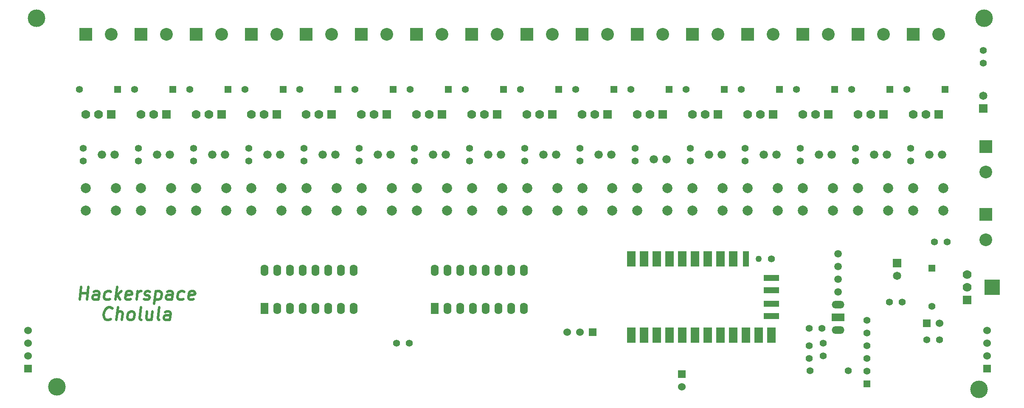
<source format=gts>
G04 (created by PCBNEW (2013-07-07 BZR 4022)-stable) date 08/05/2015 11:09:30*
%MOIN*%
G04 Gerber Fmt 3.4, Leading zero omitted, Abs format*
%FSLAX34Y34*%
G01*
G70*
G90*
G04 APERTURE LIST*
%ADD10C,0.00590551*%
%ADD11C,0.02*%
%ADD12C,0.0787402*%
%ADD13C,0.055*%
%ADD14R,0.06X0.06*%
%ADD15C,0.06*%
%ADD16C,0.066*%
%ADD17R,0.062X0.09*%
%ADD18O,0.062X0.09*%
%ADD19R,0.055X0.055*%
%ADD20R,0.065X0.065*%
%ADD21C,0.065*%
%ADD22R,0.1X0.1*%
%ADD23C,0.1*%
%ADD24C,0.07*%
%ADD25R,0.07X0.07*%
%ADD26R,0.12X0.12*%
%ADD27R,0.067X0.12*%
%ADD28R,0.12X0.05*%
%ADD29C,0.05*%
%ADD30R,0.05X0.12*%
%ADD31O,0.1X0.0590551*%
%ADD32R,0.1X0.0590551*%
%ADD33C,0.0590551*%
%ADD34C,0.137795*%
G04 APERTURE END LIST*
G54D10*
G54D11*
X44981Y-54735D02*
X45106Y-53735D01*
X45046Y-54211D02*
X45617Y-54211D01*
X45552Y-54735D02*
X45677Y-53735D01*
X46457Y-54735D02*
X46522Y-54211D01*
X46487Y-54116D01*
X46397Y-54068D01*
X46207Y-54068D01*
X46106Y-54116D01*
X46463Y-54687D02*
X46362Y-54735D01*
X46123Y-54735D01*
X46034Y-54687D01*
X45998Y-54592D01*
X46010Y-54497D01*
X46070Y-54402D01*
X46171Y-54354D01*
X46409Y-54354D01*
X46510Y-54306D01*
X47367Y-54687D02*
X47266Y-54735D01*
X47076Y-54735D01*
X46987Y-54687D01*
X46945Y-54640D01*
X46909Y-54544D01*
X46945Y-54259D01*
X47004Y-54164D01*
X47058Y-54116D01*
X47159Y-54068D01*
X47350Y-54068D01*
X47439Y-54116D01*
X47790Y-54735D02*
X47915Y-53735D01*
X47933Y-54354D02*
X48171Y-54735D01*
X48254Y-54068D02*
X47826Y-54449D01*
X48987Y-54687D02*
X48885Y-54735D01*
X48695Y-54735D01*
X48606Y-54687D01*
X48570Y-54592D01*
X48617Y-54211D01*
X48677Y-54116D01*
X48778Y-54068D01*
X48969Y-54068D01*
X49058Y-54116D01*
X49094Y-54211D01*
X49082Y-54306D01*
X48594Y-54402D01*
X49457Y-54735D02*
X49540Y-54068D01*
X49516Y-54259D02*
X49576Y-54164D01*
X49629Y-54116D01*
X49731Y-54068D01*
X49826Y-54068D01*
X50034Y-54687D02*
X50123Y-54735D01*
X50314Y-54735D01*
X50415Y-54687D01*
X50475Y-54592D01*
X50481Y-54544D01*
X50445Y-54449D01*
X50356Y-54402D01*
X50213Y-54402D01*
X50123Y-54354D01*
X50088Y-54259D01*
X50094Y-54211D01*
X50153Y-54116D01*
X50254Y-54068D01*
X50397Y-54068D01*
X50487Y-54116D01*
X50969Y-54068D02*
X50844Y-55068D01*
X50963Y-54116D02*
X51064Y-54068D01*
X51254Y-54068D01*
X51344Y-54116D01*
X51385Y-54164D01*
X51421Y-54259D01*
X51385Y-54544D01*
X51326Y-54640D01*
X51272Y-54687D01*
X51171Y-54735D01*
X50981Y-54735D01*
X50891Y-54687D01*
X52219Y-54735D02*
X52284Y-54211D01*
X52248Y-54116D01*
X52159Y-54068D01*
X51969Y-54068D01*
X51867Y-54116D01*
X52225Y-54687D02*
X52123Y-54735D01*
X51885Y-54735D01*
X51796Y-54687D01*
X51760Y-54592D01*
X51772Y-54497D01*
X51832Y-54402D01*
X51933Y-54354D01*
X52171Y-54354D01*
X52272Y-54306D01*
X53129Y-54687D02*
X53028Y-54735D01*
X52838Y-54735D01*
X52748Y-54687D01*
X52707Y-54640D01*
X52671Y-54544D01*
X52707Y-54259D01*
X52766Y-54164D01*
X52820Y-54116D01*
X52921Y-54068D01*
X53112Y-54068D01*
X53201Y-54116D01*
X53939Y-54687D02*
X53838Y-54735D01*
X53647Y-54735D01*
X53558Y-54687D01*
X53522Y-54592D01*
X53570Y-54211D01*
X53629Y-54116D01*
X53731Y-54068D01*
X53921Y-54068D01*
X54010Y-54116D01*
X54046Y-54211D01*
X54034Y-54306D01*
X53546Y-54402D01*
X47445Y-56240D02*
X47391Y-56287D01*
X47242Y-56335D01*
X47147Y-56335D01*
X47010Y-56287D01*
X46927Y-56192D01*
X46891Y-56097D01*
X46867Y-55906D01*
X46885Y-55764D01*
X46957Y-55573D01*
X47016Y-55478D01*
X47123Y-55383D01*
X47272Y-55335D01*
X47367Y-55335D01*
X47504Y-55383D01*
X47546Y-55430D01*
X47862Y-56335D02*
X47987Y-55335D01*
X48290Y-56335D02*
X48356Y-55811D01*
X48320Y-55716D01*
X48231Y-55668D01*
X48088Y-55668D01*
X47987Y-55716D01*
X47933Y-55764D01*
X48909Y-56335D02*
X48820Y-56287D01*
X48778Y-56240D01*
X48742Y-56144D01*
X48778Y-55859D01*
X48838Y-55764D01*
X48891Y-55716D01*
X48992Y-55668D01*
X49135Y-55668D01*
X49225Y-55716D01*
X49266Y-55764D01*
X49302Y-55859D01*
X49266Y-56144D01*
X49207Y-56240D01*
X49153Y-56287D01*
X49052Y-56335D01*
X48909Y-56335D01*
X49814Y-56335D02*
X49725Y-56287D01*
X49689Y-56192D01*
X49796Y-55335D01*
X50707Y-55668D02*
X50623Y-56335D01*
X50278Y-55668D02*
X50213Y-56192D01*
X50248Y-56287D01*
X50338Y-56335D01*
X50481Y-56335D01*
X50582Y-56287D01*
X50635Y-56240D01*
X51242Y-56335D02*
X51153Y-56287D01*
X51117Y-56192D01*
X51225Y-55335D01*
X52052Y-56335D02*
X52117Y-55811D01*
X52082Y-55716D01*
X51992Y-55668D01*
X51802Y-55668D01*
X51701Y-55716D01*
X52058Y-56287D02*
X51957Y-56335D01*
X51719Y-56335D01*
X51629Y-56287D01*
X51594Y-56192D01*
X51606Y-56097D01*
X51665Y-56002D01*
X51766Y-55954D01*
X52004Y-55954D01*
X52106Y-55906D01*
G54D12*
X67125Y-45964D03*
X69488Y-45964D03*
X67125Y-47736D03*
X69488Y-47736D03*
X54133Y-45964D03*
X56496Y-45964D03*
X54133Y-47736D03*
X56496Y-47736D03*
X71456Y-45964D03*
X73818Y-45964D03*
X71456Y-47736D03*
X73818Y-47736D03*
X88779Y-45964D03*
X91141Y-45964D03*
X88779Y-47736D03*
X91141Y-47736D03*
X62795Y-45964D03*
X65157Y-45964D03*
X62795Y-47736D03*
X65157Y-47736D03*
X84448Y-45964D03*
X86811Y-45964D03*
X84448Y-47736D03*
X86811Y-47736D03*
X58464Y-45964D03*
X60826Y-45964D03*
X58464Y-47736D03*
X60826Y-47736D03*
X75787Y-45964D03*
X78149Y-45964D03*
X75787Y-47736D03*
X78149Y-47736D03*
X93110Y-45964D03*
X95472Y-45964D03*
X93110Y-47736D03*
X95472Y-47736D03*
X80118Y-45964D03*
X82480Y-45964D03*
X80118Y-47736D03*
X82480Y-47736D03*
X106102Y-45964D03*
X108464Y-45964D03*
X106102Y-47736D03*
X108464Y-47736D03*
X49803Y-45964D03*
X52165Y-45964D03*
X49803Y-47736D03*
X52165Y-47736D03*
X101771Y-45964D03*
X104133Y-45964D03*
X101771Y-47736D03*
X104133Y-47736D03*
X97440Y-45964D03*
X99803Y-45964D03*
X97440Y-47736D03*
X99803Y-47736D03*
X45472Y-45964D03*
X47834Y-45964D03*
X45472Y-47736D03*
X47834Y-47736D03*
X110433Y-45964D03*
X112795Y-45964D03*
X110433Y-47736D03*
X112795Y-47736D03*
G54D13*
X102338Y-60334D03*
X105338Y-60334D03*
X110236Y-43807D03*
X110236Y-42807D03*
X84251Y-43807D03*
X84251Y-42807D03*
X66929Y-43807D03*
X66929Y-42807D03*
X105905Y-43807D03*
X105905Y-42807D03*
X71259Y-43807D03*
X71259Y-42807D03*
X92913Y-43807D03*
X92913Y-42807D03*
X102255Y-56988D03*
X103255Y-56988D03*
X75590Y-43807D03*
X75590Y-42807D03*
X102263Y-58358D03*
X102263Y-59358D03*
X79921Y-43807D03*
X79921Y-42807D03*
X103346Y-59161D03*
X103346Y-58161D03*
X88582Y-43807D03*
X88582Y-42807D03*
X49606Y-43807D03*
X49606Y-42807D03*
X45275Y-43807D03*
X45275Y-42807D03*
X53937Y-43807D03*
X53937Y-42807D03*
X101574Y-43807D03*
X101574Y-42807D03*
X58267Y-43807D03*
X58267Y-42807D03*
X97244Y-43807D03*
X97244Y-42807D03*
X62598Y-43807D03*
X62598Y-42807D03*
G54D14*
X111507Y-56594D03*
G54D15*
X112507Y-56594D03*
G54D16*
X85720Y-43307D03*
X86720Y-43307D03*
X107374Y-43307D03*
X108374Y-43307D03*
X111704Y-43307D03*
X112704Y-43307D03*
X98712Y-43307D03*
X99712Y-43307D03*
X90051Y-43700D03*
X91051Y-43700D03*
X77059Y-43307D03*
X78059Y-43307D03*
X94381Y-43307D03*
X95381Y-43307D03*
X103043Y-43307D03*
X104043Y-43307D03*
X81389Y-43307D03*
X82389Y-43307D03*
X46744Y-43307D03*
X47744Y-43307D03*
X72728Y-43307D03*
X73728Y-43307D03*
X51074Y-43307D03*
X52074Y-43307D03*
X68397Y-43307D03*
X69397Y-43307D03*
X55405Y-43307D03*
X56405Y-43307D03*
X59736Y-43307D03*
X60736Y-43307D03*
X64066Y-43307D03*
X65066Y-43307D03*
G54D17*
X72877Y-55437D03*
G54D18*
X73877Y-55437D03*
X74877Y-55437D03*
X75877Y-55437D03*
X76877Y-55437D03*
X77877Y-55437D03*
X78877Y-55437D03*
X79877Y-55437D03*
X79877Y-52437D03*
X78877Y-52437D03*
X77877Y-52437D03*
X76877Y-52437D03*
X75877Y-52437D03*
X74877Y-52437D03*
X73877Y-52437D03*
X72877Y-52437D03*
G54D17*
X59492Y-55437D03*
G54D18*
X60492Y-55437D03*
X61492Y-55437D03*
X62492Y-55437D03*
X63492Y-55437D03*
X64492Y-55437D03*
X65492Y-55437D03*
X66492Y-55437D03*
X66492Y-52437D03*
X65492Y-52437D03*
X64492Y-52437D03*
X63492Y-52437D03*
X62492Y-52437D03*
X61492Y-52437D03*
X60492Y-52437D03*
X59492Y-52437D03*
G54D19*
X86933Y-38188D03*
G54D13*
X83933Y-38188D03*
G54D19*
X82602Y-38188D03*
G54D13*
X79602Y-38188D03*
G54D19*
X78271Y-38188D03*
G54D13*
X75271Y-38188D03*
G54D19*
X108586Y-38188D03*
G54D13*
X105586Y-38188D03*
G54D19*
X111909Y-52240D03*
G54D13*
X111909Y-55240D03*
G54D19*
X104255Y-38188D03*
G54D13*
X101255Y-38188D03*
G54D19*
X112917Y-38188D03*
G54D13*
X109917Y-38188D03*
G54D19*
X65279Y-38188D03*
G54D13*
X62279Y-38188D03*
G54D19*
X47956Y-38188D03*
G54D13*
X44956Y-38188D03*
G54D19*
X99925Y-38188D03*
G54D13*
X96925Y-38188D03*
G54D19*
X52287Y-38188D03*
G54D13*
X49287Y-38188D03*
G54D19*
X73940Y-38188D03*
G54D13*
X70940Y-38188D03*
G54D19*
X56618Y-38188D03*
G54D13*
X53618Y-38188D03*
G54D19*
X69610Y-38188D03*
G54D13*
X66610Y-38188D03*
G54D19*
X95594Y-38188D03*
G54D13*
X92594Y-38188D03*
G54D19*
X60948Y-38188D03*
G54D13*
X57948Y-38188D03*
G54D19*
X91263Y-38188D03*
G54D13*
X88263Y-38188D03*
G54D20*
X109153Y-51862D03*
G54D21*
X109153Y-52862D03*
G54D20*
X115944Y-39673D03*
G54D21*
X115944Y-38673D03*
G54D13*
X113098Y-50196D03*
X112098Y-50196D03*
X112507Y-57874D03*
X111507Y-57874D03*
X70874Y-58169D03*
X69874Y-58169D03*
X109555Y-54921D03*
X108555Y-54921D03*
X115944Y-36129D03*
X115944Y-35129D03*
G54D19*
X106791Y-61358D03*
G54D13*
X106791Y-60358D03*
X106791Y-59358D03*
X106791Y-58358D03*
X106791Y-57358D03*
X106791Y-56358D03*
G54D22*
X110417Y-33858D03*
G54D23*
X112417Y-33858D03*
G54D22*
X106086Y-33858D03*
G54D23*
X108086Y-33858D03*
G54D22*
X101755Y-33858D03*
G54D23*
X103755Y-33858D03*
G54D22*
X97425Y-33858D03*
G54D23*
X99425Y-33858D03*
G54D22*
X93094Y-33858D03*
G54D23*
X95094Y-33858D03*
G54D22*
X88763Y-33858D03*
G54D23*
X90763Y-33858D03*
G54D22*
X84433Y-33858D03*
G54D23*
X86433Y-33858D03*
G54D22*
X80102Y-33858D03*
G54D23*
X82102Y-33858D03*
G54D22*
X75771Y-33858D03*
G54D23*
X77771Y-33858D03*
G54D22*
X71440Y-33858D03*
G54D23*
X73440Y-33858D03*
G54D22*
X67110Y-33858D03*
G54D23*
X69110Y-33858D03*
G54D22*
X62779Y-33858D03*
G54D23*
X64779Y-33858D03*
G54D22*
X58448Y-33858D03*
G54D23*
X60448Y-33858D03*
G54D22*
X54118Y-33858D03*
G54D23*
X56118Y-33858D03*
G54D22*
X49787Y-33858D03*
G54D23*
X51787Y-33858D03*
G54D22*
X45456Y-33858D03*
G54D23*
X47456Y-33858D03*
G54D22*
X116141Y-48015D03*
G54D23*
X116141Y-50015D03*
G54D22*
X116141Y-42700D03*
G54D23*
X116141Y-44700D03*
G54D24*
X88763Y-40157D03*
X89763Y-40157D03*
G54D25*
X90763Y-40157D03*
G54D24*
X54118Y-40157D03*
X55118Y-40157D03*
G54D25*
X56118Y-40157D03*
G54D24*
X97425Y-40157D03*
X98425Y-40157D03*
G54D25*
X99425Y-40157D03*
G54D24*
X49787Y-40157D03*
X50787Y-40157D03*
G54D25*
X51787Y-40157D03*
G54D24*
X58448Y-40157D03*
X59448Y-40157D03*
G54D25*
X60448Y-40157D03*
G54D24*
X93094Y-40157D03*
X94094Y-40157D03*
G54D25*
X95094Y-40157D03*
G54D24*
X45456Y-40157D03*
X46456Y-40157D03*
G54D25*
X47456Y-40157D03*
G54D24*
X62779Y-40157D03*
X63779Y-40157D03*
G54D25*
X64779Y-40157D03*
G54D24*
X101755Y-40157D03*
X102755Y-40157D03*
G54D25*
X103755Y-40157D03*
G54D24*
X67110Y-40157D03*
X68110Y-40157D03*
G54D25*
X69110Y-40157D03*
G54D24*
X106086Y-40157D03*
X107086Y-40157D03*
G54D25*
X108086Y-40157D03*
G54D24*
X71440Y-40157D03*
X72440Y-40157D03*
G54D25*
X73440Y-40157D03*
G54D24*
X110417Y-40157D03*
X111417Y-40157D03*
G54D25*
X112417Y-40157D03*
G54D24*
X75771Y-40157D03*
X76771Y-40157D03*
G54D25*
X77771Y-40157D03*
G54D24*
X84433Y-40157D03*
X85433Y-40157D03*
G54D25*
X86433Y-40157D03*
G54D24*
X80102Y-40157D03*
X81102Y-40157D03*
G54D25*
X82102Y-40157D03*
G54D24*
X114665Y-52740D03*
X114665Y-53740D03*
G54D25*
X114665Y-54740D03*
G54D26*
X116633Y-53740D03*
G54D27*
X88283Y-57527D03*
X89283Y-57527D03*
X90283Y-57527D03*
X91283Y-57527D03*
X92283Y-57527D03*
X93283Y-57527D03*
X94283Y-57527D03*
X95283Y-57527D03*
X96283Y-57527D03*
X97283Y-57527D03*
X98283Y-57527D03*
X99283Y-57527D03*
G54D28*
X99311Y-56035D03*
X99311Y-55051D03*
X99311Y-54003D03*
X99311Y-53019D03*
G54D13*
X99283Y-51527D03*
G54D29*
X98283Y-51527D03*
G54D30*
X97283Y-51527D03*
G54D27*
X96283Y-51527D03*
X95283Y-51527D03*
X94283Y-51527D03*
X93283Y-51527D03*
X92283Y-51527D03*
X91283Y-51527D03*
X90283Y-51527D03*
X89283Y-51527D03*
X88283Y-51527D03*
G54D14*
X116240Y-60161D03*
G54D15*
X116240Y-59161D03*
X116240Y-58161D03*
X116240Y-57161D03*
G54D14*
X40944Y-60161D03*
G54D15*
X40944Y-59161D03*
X40944Y-58161D03*
X40944Y-57161D03*
G54D14*
X92273Y-60572D03*
G54D15*
X92273Y-61572D03*
G54D31*
X104527Y-57133D03*
G54D32*
X104527Y-56133D03*
G54D31*
X104527Y-55133D03*
G54D33*
X104527Y-54133D03*
X104527Y-53133D03*
X104527Y-52133D03*
X104527Y-51133D03*
G54D14*
X85251Y-57283D03*
G54D15*
X84251Y-57283D03*
X83251Y-57283D03*
G54D34*
X43200Y-61600D03*
X41600Y-32600D03*
X116000Y-32600D03*
X115600Y-61800D03*
M02*

</source>
